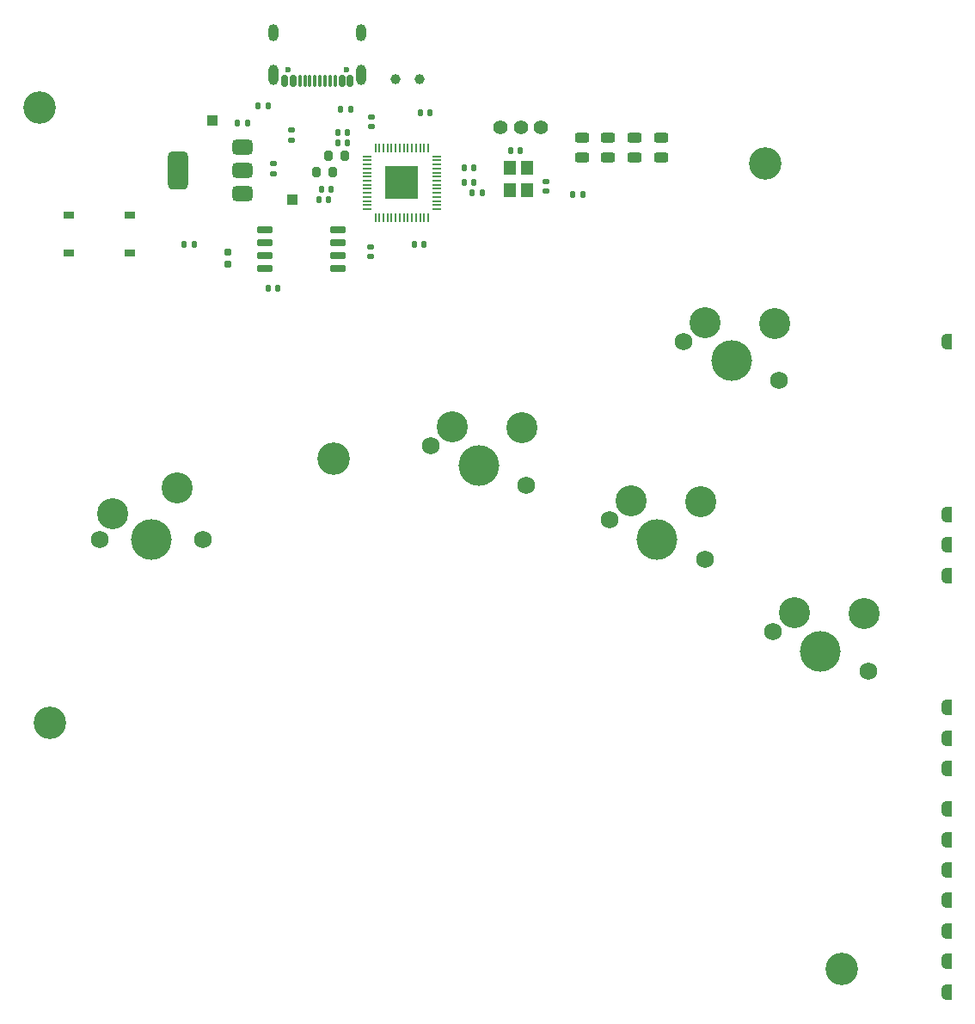
<source format=gbr>
%TF.GenerationSoftware,KiCad,Pcbnew,8.0.4*%
%TF.CreationDate,2024-07-30T01:54:57-07:00*%
%TF.ProjectId,3board_a,33626f61-7264-45f6-912e-6b696361645f,rev?*%
%TF.SameCoordinates,Original*%
%TF.FileFunction,Soldermask,Top*%
%TF.FilePolarity,Negative*%
%FSLAX46Y46*%
G04 Gerber Fmt 4.6, Leading zero omitted, Abs format (unit mm)*
G04 Created by KiCad (PCBNEW 8.0.4) date 2024-07-30 01:54:57*
%MOMM*%
%LPD*%
G01*
G04 APERTURE LIST*
G04 Aperture macros list*
%AMRoundRect*
0 Rectangle with rounded corners*
0 $1 Rounding radius*
0 $2 $3 $4 $5 $6 $7 $8 $9 X,Y pos of 4 corners*
0 Add a 4 corners polygon primitive as box body*
4,1,4,$2,$3,$4,$5,$6,$7,$8,$9,$2,$3,0*
0 Add four circle primitives for the rounded corners*
1,1,$1+$1,$2,$3*
1,1,$1+$1,$4,$5*
1,1,$1+$1,$6,$7*
1,1,$1+$1,$8,$9*
0 Add four rect primitives between the rounded corners*
20,1,$1+$1,$2,$3,$4,$5,0*
20,1,$1+$1,$4,$5,$6,$7,0*
20,1,$1+$1,$6,$7,$8,$9,0*
20,1,$1+$1,$8,$9,$2,$3,0*%
%AMFreePoly0*
4,1,19,0.500000,-0.750000,0.000000,-0.750000,0.000000,-0.744911,-0.071157,-0.744911,-0.207708,-0.704816,-0.327430,-0.627875,-0.420627,-0.520320,-0.479746,-0.390866,-0.500000,-0.250000,-0.500000,0.250000,-0.479746,0.390866,-0.420627,0.520320,-0.327430,0.627875,-0.207708,0.704816,-0.071157,0.744911,0.000000,0.744911,0.000000,0.750000,0.500000,0.750000,0.500000,-0.750000,0.500000,-0.750000,
$1*%
G04 Aperture macros list end*
%ADD10RoundRect,0.140000X0.170000X-0.140000X0.170000X0.140000X-0.170000X0.140000X-0.170000X-0.140000X0*%
%ADD11RoundRect,0.135000X0.135000X0.185000X-0.135000X0.185000X-0.135000X-0.185000X0.135000X-0.185000X0*%
%ADD12C,1.000000*%
%ADD13FreePoly0,0.000000*%
%ADD14RoundRect,0.140000X-0.170000X0.140000X-0.170000X-0.140000X0.170000X-0.140000X0.170000X0.140000X0*%
%ADD15RoundRect,0.140000X0.140000X0.170000X-0.140000X0.170000X-0.140000X-0.170000X0.140000X-0.170000X0*%
%ADD16RoundRect,0.135000X-0.135000X-0.185000X0.135000X-0.185000X0.135000X0.185000X-0.135000X0.185000X0*%
%ADD17RoundRect,0.243750X0.456250X-0.243750X0.456250X0.243750X-0.456250X0.243750X-0.456250X-0.243750X0*%
%ADD18R,1.000000X1.000000*%
%ADD19C,1.750000*%
%ADD20C,3.050000*%
%ADD21C,4.000000*%
%ADD22RoundRect,0.160000X-0.160000X0.197500X-0.160000X-0.197500X0.160000X-0.197500X0.160000X0.197500X0*%
%ADD23RoundRect,0.140000X-0.140000X-0.170000X0.140000X-0.170000X0.140000X0.170000X-0.140000X0.170000X0*%
%ADD24C,0.600000*%
%ADD25RoundRect,0.150000X0.150000X0.420000X-0.150000X0.420000X-0.150000X-0.420000X0.150000X-0.420000X0*%
%ADD26RoundRect,0.075000X0.075000X0.495000X-0.075000X0.495000X-0.075000X-0.495000X0.075000X-0.495000X0*%
%ADD27O,1.000000X2.000000*%
%ADD28O,1.000000X1.700000*%
%ADD29RoundRect,0.150000X0.650000X0.150000X-0.650000X0.150000X-0.650000X-0.150000X0.650000X-0.150000X0*%
%ADD30C,1.400000*%
%ADD31C,3.200000*%
%ADD32RoundRect,0.200000X-0.200000X-0.275000X0.200000X-0.275000X0.200000X0.275000X-0.200000X0.275000X0*%
%ADD33R,1.200000X1.400000*%
%ADD34R,1.000000X0.750000*%
%ADD35RoundRect,0.500000X0.500000X1.400000X-0.500000X1.400000X-0.500000X-1.400000X0.500000X-1.400000X0*%
%ADD36RoundRect,0.375000X0.625000X0.375000X-0.625000X0.375000X-0.625000X-0.375000X0.625000X-0.375000X0*%
%ADD37RoundRect,0.050000X0.050000X-0.387500X0.050000X0.387500X-0.050000X0.387500X-0.050000X-0.387500X0*%
%ADD38RoundRect,0.050000X0.387500X-0.050000X0.387500X0.050000X-0.387500X0.050000X-0.387500X-0.050000X0*%
%ADD39R,3.200000X3.200000*%
%ADD40RoundRect,0.135000X-0.185000X0.135000X-0.185000X-0.135000X0.185000X-0.135000X0.185000X0.135000X0*%
G04 APERTURE END LIST*
D10*
%TO.C,C11*%
X81700000Y-31380000D03*
X81700000Y-30420000D03*
%TD*%
D11*
%TO.C,R9*%
X102510000Y-38000000D03*
X101490000Y-38000000D03*
%TD*%
D12*
%TO.C,TP4*%
X84100000Y-26700000D03*
%TD*%
D13*
%TO.C,JP5*%
X138350000Y-91500000D03*
%TD*%
D14*
%TO.C,C3*%
X98852000Y-36728000D03*
X98852000Y-37688000D03*
%TD*%
D12*
%TO.C,TP3*%
X86400000Y-26700000D03*
%TD*%
D15*
%TO.C,C7*%
X79360000Y-31930000D03*
X78400000Y-31930000D03*
%TD*%
%TO.C,C6*%
X79360000Y-32930000D03*
X78400000Y-32930000D03*
%TD*%
D16*
%TO.C,R1*%
X70490000Y-29347000D03*
X71510000Y-29347000D03*
%TD*%
D17*
%TO.C,D2*%
X105010000Y-34350000D03*
X105010000Y-32475000D03*
%TD*%
D18*
%TO.C,TP2*%
X73900000Y-38500000D03*
%TD*%
D11*
%TO.C,R4*%
X92590000Y-37856000D03*
X91570000Y-37856000D03*
%TD*%
D13*
%TO.C,JP11*%
X138350000Y-113500000D03*
%TD*%
D10*
%TO.C,C2*%
X72000000Y-35980000D03*
X72000000Y-35020000D03*
%TD*%
D19*
%TO.C,SW20_RIGHT*%
X121210635Y-81055968D03*
D20*
X123355978Y-79195322D03*
D21*
X125903943Y-83000000D03*
D20*
X130194629Y-79278708D03*
D19*
X130597251Y-84944032D03*
%TD*%
D22*
%TO.C,R6*%
X67571000Y-43735500D03*
X67571000Y-44930500D03*
%TD*%
D16*
%TO.C,R5*%
X63251000Y-42936000D03*
X64271000Y-42936000D03*
%TD*%
D23*
%TO.C,C14*%
X90840000Y-36840000D03*
X91800000Y-36840000D03*
%TD*%
D24*
%TO.C,J1*%
X79270000Y-25795000D03*
X73490000Y-25795000D03*
D25*
X79580000Y-26865000D03*
X78780000Y-26865000D03*
D26*
X77630000Y-26865000D03*
X76630000Y-26865000D03*
X76130000Y-26865000D03*
X75130000Y-26865000D03*
D25*
X73980000Y-26865000D03*
X73180000Y-26865000D03*
X73180000Y-26865000D03*
X73980000Y-26865000D03*
D26*
X74630000Y-26865000D03*
X75630000Y-26865000D03*
X77130000Y-26865000D03*
X78130000Y-26865000D03*
D25*
X78780000Y-26865000D03*
X79580000Y-26865000D03*
D27*
X80700000Y-26295000D03*
D28*
X80700000Y-22100000D03*
D27*
X72060000Y-26295000D03*
D28*
X72060000Y-22100000D03*
%TD*%
D29*
%TO.C,U3*%
X78410000Y-45349000D03*
X78410000Y-44079000D03*
X78410000Y-42809000D03*
X78410000Y-41539000D03*
X71210000Y-41539000D03*
X71210000Y-42809000D03*
X71210000Y-44079000D03*
X71210000Y-45349000D03*
%TD*%
D30*
%TO.C,J2*%
X98380000Y-31430000D03*
X96380000Y-31430000D03*
X94380000Y-31430000D03*
%TD*%
D13*
%TO.C,JP9*%
X138350000Y-52500000D03*
%TD*%
D31*
%TO.C,H3*%
X120500000Y-35000000D03*
%TD*%
D23*
%TO.C,C8*%
X90840000Y-35430000D03*
X91800000Y-35430000D03*
%TD*%
D32*
%TO.C,R7*%
X77425000Y-34250000D03*
X79075000Y-34250000D03*
%TD*%
D17*
%TO.C,D1*%
X102420000Y-34350000D03*
X102420000Y-32475000D03*
%TD*%
D19*
%TO.C,SW19_LEFT*%
X87541559Y-62780211D03*
D20*
X89686902Y-60919565D03*
D21*
X92234867Y-64724243D03*
D20*
X96525553Y-61002951D03*
D19*
X96928175Y-66668275D03*
%TD*%
D13*
%TO.C,JP8*%
X138350000Y-101500000D03*
%TD*%
D31*
%TO.C,H4*%
X128000000Y-114250000D03*
%TD*%
D13*
%TO.C,JP2*%
X138350000Y-72500000D03*
%TD*%
%TO.C,JP13*%
X138350000Y-107500000D03*
%TD*%
D33*
%TO.C,Y1*%
X96996000Y-37630000D03*
X96996000Y-35430000D03*
X95296000Y-35430000D03*
X95296000Y-37630000D03*
%TD*%
D32*
%TO.C,R8*%
X76250000Y-35800000D03*
X77900000Y-35800000D03*
%TD*%
D23*
%TO.C,C13*%
X85900000Y-42930000D03*
X86860000Y-42930000D03*
%TD*%
%TO.C,C1*%
X68520000Y-31000000D03*
X69480000Y-31000000D03*
%TD*%
D13*
%TO.C,JP12*%
X138350000Y-110500000D03*
%TD*%
%TO.C,JP10*%
X138350000Y-98500000D03*
%TD*%
D19*
%TO.C,SW17_W*%
X112431583Y-52470425D03*
D20*
X114576926Y-50609779D03*
D21*
X117124891Y-54414457D03*
D20*
X121415577Y-50693165D03*
D19*
X121818199Y-56358489D03*
%TD*%
D34*
%TO.C,SW1*%
X51905000Y-40055000D03*
X57905000Y-40055000D03*
X51905000Y-43805000D03*
X57905000Y-43805000D03*
%TD*%
D13*
%TO.C,JP4*%
X138350000Y-88500000D03*
%TD*%
D17*
%TO.C,D3*%
X107600000Y-34350000D03*
X107600000Y-32475000D03*
%TD*%
D13*
%TO.C,JP1*%
X138350000Y-94500000D03*
%TD*%
%TO.C,JP6*%
X138350000Y-69500000D03*
%TD*%
D18*
%TO.C,TP1*%
X66000000Y-30750000D03*
%TD*%
D13*
%TO.C,JP3*%
X138350000Y-75500000D03*
%TD*%
D16*
%TO.C,R3*%
X78620000Y-29680000D03*
X79640000Y-29680000D03*
%TD*%
D35*
%TO.C,U2*%
X62672000Y-35678000D03*
D36*
X68972000Y-37978000D03*
X68972000Y-35678000D03*
X68972000Y-33378000D03*
%TD*%
D37*
%TO.C,U1*%
X82078000Y-40315500D03*
X82478000Y-40315500D03*
X82878000Y-40315500D03*
X83278000Y-40315500D03*
X83678000Y-40315500D03*
X84078000Y-40315500D03*
X84478000Y-40315500D03*
X84878000Y-40315500D03*
X85278000Y-40315500D03*
X85678000Y-40315500D03*
X86078000Y-40315500D03*
X86478000Y-40315500D03*
X86878000Y-40315500D03*
X87278000Y-40315500D03*
D38*
X88115500Y-39478000D03*
X88115500Y-39078000D03*
X88115500Y-38678000D03*
X88115500Y-38278000D03*
X88115500Y-37878000D03*
X88115500Y-37478000D03*
X88115500Y-37078000D03*
X88115500Y-36678000D03*
X88115500Y-36278000D03*
X88115500Y-35878000D03*
X88115500Y-35478000D03*
X88115500Y-35078000D03*
X88115500Y-34678000D03*
X88115500Y-34278000D03*
D37*
X87278000Y-33440500D03*
X86878000Y-33440500D03*
X86478000Y-33440500D03*
X86078000Y-33440500D03*
X85678000Y-33440500D03*
X85278000Y-33440500D03*
X84878000Y-33440500D03*
X84478000Y-33440500D03*
X84078000Y-33440500D03*
X83678000Y-33440500D03*
X83278000Y-33440500D03*
X82878000Y-33440500D03*
X82478000Y-33440500D03*
X82078000Y-33440500D03*
D38*
X81240500Y-34278000D03*
X81240500Y-34678000D03*
X81240500Y-35078000D03*
X81240500Y-35478000D03*
X81240500Y-35878000D03*
X81240500Y-36278000D03*
X81240500Y-36678000D03*
X81240500Y-37078000D03*
X81240500Y-37478000D03*
X81240500Y-37878000D03*
X81240500Y-38278000D03*
X81240500Y-38678000D03*
X81240500Y-39078000D03*
X81240500Y-39478000D03*
D39*
X84678000Y-36878000D03*
%TD*%
D23*
%TO.C,C5*%
X71536000Y-47254000D03*
X72496000Y-47254000D03*
%TD*%
%TO.C,C15*%
X86520000Y-30000000D03*
X87480000Y-30000000D03*
%TD*%
D31*
%TO.C,H5*%
X78000000Y-64000000D03*
%TD*%
D19*
%TO.C,SW8_DP*%
X54920000Y-71991696D03*
D20*
X56190000Y-69451696D03*
D21*
X60000000Y-71991696D03*
D20*
X62540000Y-66911696D03*
D19*
X65080000Y-71991696D03*
%TD*%
D13*
%TO.C,JP14*%
X138350000Y-116500000D03*
%TD*%
D31*
%TO.C,H2*%
X50000000Y-90000000D03*
%TD*%
D15*
%TO.C,C10*%
X77730000Y-37500000D03*
X76770000Y-37500000D03*
%TD*%
%TO.C,C9*%
X77480000Y-38500000D03*
X76520000Y-38500000D03*
%TD*%
D19*
%TO.C,SW18_DOWN*%
X105141464Y-70070330D03*
D20*
X107286807Y-68209684D03*
D21*
X109834772Y-72014362D03*
D20*
X114125458Y-68293070D03*
D19*
X114528080Y-73958394D03*
%TD*%
D17*
%TO.C,D4*%
X110190000Y-34350000D03*
X110190000Y-32475000D03*
%TD*%
D40*
%TO.C,R2*%
X73822000Y-31668000D03*
X73822000Y-32688000D03*
%TD*%
D15*
%TO.C,C4*%
X96360000Y-33680000D03*
X95400000Y-33680000D03*
%TD*%
D31*
%TO.C,H1*%
X49000000Y-29500000D03*
%TD*%
D14*
%TO.C,C12*%
X81630000Y-43200000D03*
X81630000Y-44160000D03*
%TD*%
D13*
%TO.C,JP7*%
X138350000Y-104500000D03*
%TD*%
M02*

</source>
